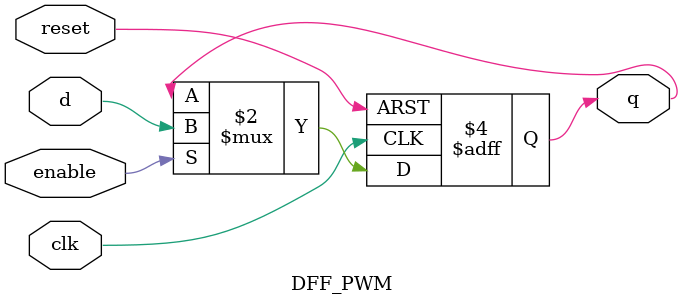
<source format=v>
`timescale 1ns / 1ps

module pwm_generator
(
    input clk, // 100MHz clock input
    input increase_duty, // input to increase 1/256 duty cycle (10%)
    input decrease_duty, // input to decrease 1/256 duty cycle (10%)
    output PWM_OUT, // 10MHz PWM output signal
    output reg [3:0] DUTY_CYCLE_OUT, // Output to show the duty cycle (0-9)
    output reg INC_DUTY, // Output to show the increment signal
    output reg DEC_DUTY // Output to show the decrement signal
);

    reg slow_clk_enable; // 1-cycle pulse for debouncing buttons
    reg [27:0] counter_debounce = 0;
    wire tmp1, tmp2, duty_inc;
    wire tmp3, tmp4, duty_dec;
    reg [3:0] counter_PWM = 0;
    reg [3:0] DUTY_CYCLE = 5;

    always @(posedge clk)
    begin
        counter_debounce <= counter_debounce + 1;
        if (counter_debounce >= 1)
            counter_debounce <= 0;
    end

    always @(posedge clk)
    begin
        if (counter_debounce == 1)
            slow_clk_enable <= 1;
        else
            slow_clk_enable <= 0;
    end

    // debouncing FFs for increasing button
    DFF_PWM PWM_DFF1(clk, slow_clk_enable, increase_duty, tmp1);
    DFF_PWM PWM_DFF2(clk, slow_clk_enable, tmp1, tmp2);
    assign duty_inc = tmp1 & (~tmp2) & slow_clk_enable;

    // debouncing FFs for decreasing button
    DFF_PWM PWM_DFF3(clk, slow_clk_enable, decrease_duty, tmp3);
    DFF_PWM PWM_DFF4(clk, slow_clk_enable, tmp3, tmp4);
    assign duty_dec = tmp3 & (~tmp4) & slow_clk_enable;

    always @(posedge clk)
    begin
        if (duty_inc == 1 && DUTY_CYCLE <= 6)
        begin
            DUTY_CYCLE <= DUTY_CYCLE + 1; // Increment duty cycle by 1/256 (10%)
            INC_DUTY <= 1; // Set INC_DUTY to 1 for a 1-cycle pulse
            DEC_DUTY <= 0; // Clear DEC_DUTY
        end
        else if (duty_dec == 1 && DUTY_CYCLE >= 1)
        begin
            DUTY_CYCLE <= DUTY_CYCLE - 1; // Decrement duty cycle by 1/256 (10%)
            INC_DUTY <= 0; // Clear INC_DUTY
            DEC_DUTY <= 1; // Set DEC_DUTY to 1 for a 1-cycle pulse
        end
        else
        begin
            INC_DUTY <= 0;
            DEC_DUTY <= 0;
        end
    end

    always @(posedge clk)
    begin
        counter_PWM <= counter_PWM + 1;
        if (counter_PWM >= 9)
            counter_PWM <= 0;
    end

    assign PWM_OUT = counter_PWM < DUTY_CYCLE ? 1 : 0;
    always @(posedge clk)
        DUTY_CYCLE_OUT <= DUTY_CYCLE;

endmodule


module DFF_PWM(
    input clk,
    input reset,
    input enable,
    input d,
    output reg q
);
    always @(posedge clk or posedge reset)
    begin
        if (reset)
            q <= 0;
        else if (enable)
            q <= d;
    end
endmodule

</source>
